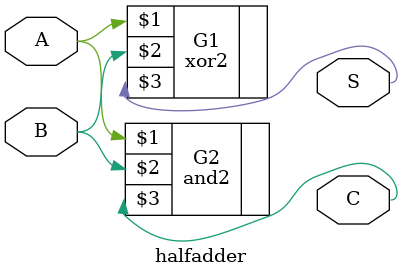
<source format=v>
module halfadder(A, B, S, C);
    input A, B;
    output S, C;
    wire w1, w2;
    xor2 G1(A, B, S);
    and2 G2(A, B, C);
endmodule

</source>
